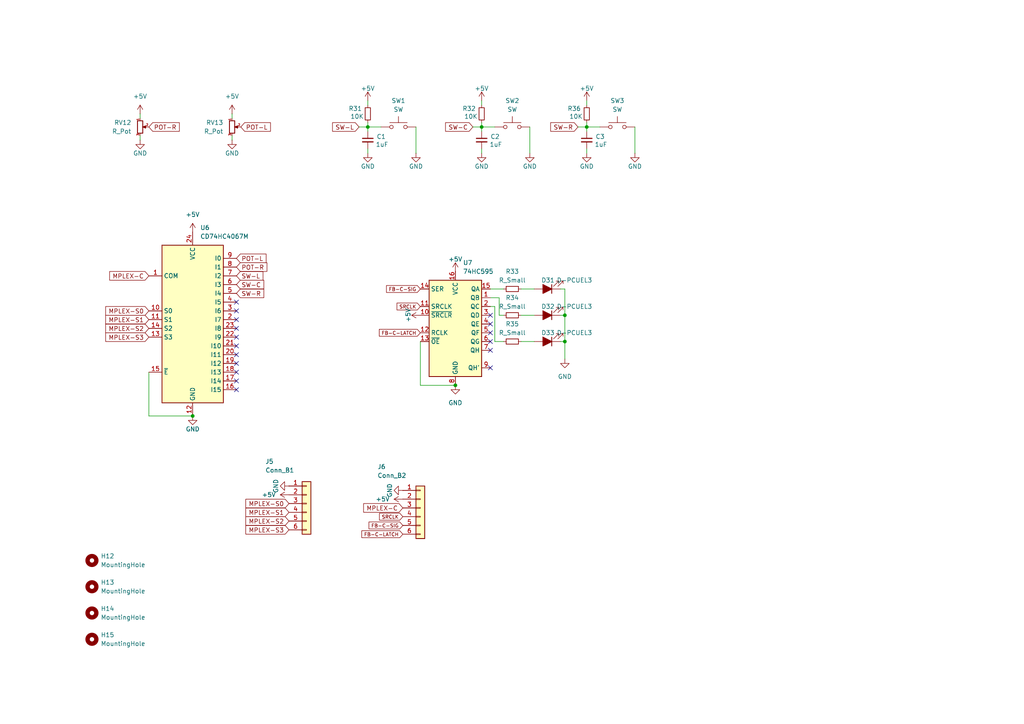
<source format=kicad_sch>
(kicad_sch (version 20231120) (generator "eeschema") (generator_version "8.0")
  (paper "A4")
  (lib_symbols
    (symbol "74xx:74HC595"
      (property "Reference" "U" (at -7.62 13.97 0))
      (property "Value" "74HC595" (at -7.62 -16.51 0))
      (symbol "74HC595_1_0"
        (pin tri_state line (at 10.16 7.62 180) (length 2.54) (name "QB") (number "1"))
        (pin input line (at -10.16 2.54 0) (length 2.54) (name "~{SRCLR}") (number "10"))
        (pin input line (at -10.16 5.08 0) (length 2.54) (name "SRCLK") (number "11"))
        (pin input line (at -10.16 -2.54 0) (length 2.54) (name "RCLK") (number "12"))
        (pin input line (at -10.16 -5.08 0) (length 2.54) (name "~{OE}") (number "13"))
        (pin input line (at -10.16 10.16 0) (length 2.54) (name "SER") (number "14"))
        (pin tri_state line (at 10.16 10.16 180) (length 2.54) (name "QA") (number "15"))
        (pin power_in line (at 0 15.24 270) (length 2.54) (name "VCC") (number "16"))
        (pin tri_state line (at 10.16 5.08 180) (length 2.54) (name "QC") (number "2"))
        (pin tri_state line (at 10.16 2.54 180) (length 2.54) (name "QD") (number "3"))
        (pin tri_state line (at 10.16 0 180) (length 2.54) (name "QE") (number "4"))
        (pin tri_state line (at 10.16 -2.54 180) (length 2.54) (name "QF") (number "5"))
        (pin tri_state line (at 10.16 -5.08 180) (length 2.54) (name "QG") (number "6"))
        (pin tri_state line (at 10.16 -7.62 180) (length 2.54) (name "QH") (number "7"))
        (pin power_in line (at 0 -17.78 90) (length 2.54) (name "GND") (number "8"))
        (pin output line (at 10.16 -12.7 180) (length 2.54) (name "QH'") (number "9"))
      )
      (symbol "74HC595_1_1"
        (rectangle (start -7.62 12.7) (end 7.62 -15.24) (stroke (width 0.254)) (fill (type background)))
      )
    )
    (symbol "74xx:CD74HC4067M"
      (property "Reference" "U" (at -8.89 22.86 0))
      (property "Value" "CD74HC4067M" (at 1.27 22.86 0))
      (symbol "CD74HC4067M_0_1"
        (rectangle (start -8.89 21.59) (end 8.89 -24.13) (stroke (width 0.254)) (fill (type background)))
      )
      (symbol "CD74HC4067M_1_1"
        (pin passive line (at -12.7 12.7 0) (length 3.81) (name "COM") (number "1"))
        (pin input line (at -12.7 2.54 0) (length 3.81) (name "S0") (number "10"))
        (pin input line (at -12.7 0 0) (length 3.81) (name "S1") (number "11"))
        (pin power_in line (at 0 -27.94 90) (length 3.81) (name "GND") (number "12"))
        (pin input line (at -12.7 -5.08 0) (length 3.81) (name "S3") (number "13"))
        (pin input line (at -12.7 -2.54 0) (length 3.81) (name "S2") (number "14"))
        (pin input line (at -12.7 -15.24 0) (length 3.81) (name "~{E}") (number "15"))
        (pin passive line (at 12.7 -20.32 180) (length 3.81) (name "I15") (number "16"))
        (pin passive line (at 12.7 -17.78 180) (length 3.81) (name "I14") (number "17"))
        (pin passive line (at 12.7 -15.24 180) (length 3.81) (name "I13") (number "18"))
        (pin passive line (at 12.7 -12.7 180) (length 3.81) (name "I12") (number "19"))
        (pin passive line (at 12.7 0 180) (length 3.81) (name "I7") (number "2"))
        (pin passive line (at 12.7 -10.16 180) (length 3.81) (name "I11") (number "20"))
        (pin passive line (at 12.7 -7.62 180) (length 3.81) (name "I10") (number "21"))
        (pin passive line (at 12.7 -5.08 180) (length 3.81) (name "I9") (number "22"))
        (pin passive line (at 12.7 -2.54 180) (length 3.81) (name "I8") (number "23"))
        (pin power_in line (at 0 25.4 270) (length 3.81) (name "VCC") (number "24"))
        (pin passive line (at 12.7 2.54 180) (length 3.81) (name "I6") (number "3"))
        (pin passive line (at 12.7 5.08 180) (length 3.81) (name "I5") (number "4"))
        (pin passive line (at 12.7 7.62 180) (length 3.81) (name "I4") (number "5"))
        (pin passive line (at 12.7 10.16 180) (length 3.81) (name "I3") (number "6"))
        (pin passive line (at 12.7 12.7 180) (length 3.81) (name "I2") (number "7"))
        (pin passive line (at 12.7 15.24 180) (length 3.81) (name "I1") (number "8"))
        (pin passive line (at 12.7 17.78 180) (length 3.81) (name "I0") (number "9"))
      )
    )
    (symbol "Connector_Generic:Conn_01x06" (pin_names (offset 1.016) hide)
      (property "Reference" "J" (at 0 7.62 0))
      (property "Value" "Conn_01x06" (at 0 -10.16 0))
      (symbol "Conn_01x06_1_1"
        (rectangle (start -1.27 -7.493) (end 0 -7.747) (stroke (width 0.1524)))
        (rectangle (start -1.27 -4.953) (end 0 -5.207) (stroke (width 0.1524)))
        (rectangle (start -1.27 -2.413) (end 0 -2.667) (stroke (width 0.1524)))
        (rectangle (start -1.27 0.127) (end 0 -0.127) (stroke (width 0.1524)))
        (rectangle (start -1.27 2.667) (end 0 2.413) (stroke (width 0.1524)))
        (rectangle (start -1.27 5.207) (end 0 4.953) (stroke (width 0.1524)))
        (rectangle (start -1.27 6.35) (end 1.27 -8.89) (stroke (width 0.254)) (fill (type background)))
        (pin passive line (at -5.08 5.08 0) (length 3.81) (name "Pin_1") (number "1"))
        (pin passive line (at -5.08 2.54 0) (length 3.81) (name "Pin_2") (number "2"))
        (pin passive line (at -5.08 0 0) (length 3.81) (name "Pin_3") (number "3"))
        (pin passive line (at -5.08 -2.54 0) (length 3.81) (name "Pin_4") (number "4"))
        (pin passive line (at -5.08 -5.08 0) (length 3.81) (name "Pin_5") (number "5"))
        (pin passive line (at -5.08 -7.62 0) (length 3.81) (name "Pin_6") (number "6"))
      )
    )
    (symbol "Device:C_Small" (pin_numbers hide) (pin_names (offset 0.254) hide)
      (property "Reference" "C" (at 0.254 1.778 0))
      (property "Value" "C_Small" (at 0.254 -2.032 0))
      (symbol "C_Small_0_1"
        (polyline (pts (xy -1.524 -0.508) (xy 1.524 -0.508)) (stroke (width 0.3302)))
        (polyline (pts (xy -1.524 0.508) (xy 1.524 0.508)) (stroke (width 0.3048)))
      )
      (symbol "C_Small_1_1"
        (pin passive line (at 0 2.54 270) (length 2.032) (name "~") (number "1"))
        (pin passive line (at 0 -2.54 90) (length 2.032) (name "~") (number "2"))
      )
    )
    (symbol "Device:LED_Filled" (pin_numbers hide) (pin_names (offset 1.016) hide)
      (property "Reference" "D" (at 0 2.54 0))
      (property "Value" "LED_Filled" (at 0 -2.54 0))
      (symbol "LED_Filled_0_1"
        (polyline (pts (xy -1.27 -1.27) (xy -1.27 1.27)) (stroke (width 0.254)))
        (polyline (pts (xy -1.27 0) (xy 1.27 0)))
        (polyline (pts (xy 1.27 -1.27) (xy 1.27 1.27) (xy -1.27 0) (xy 1.27 -1.27)) (stroke (width 0.254)) (fill (type outline)))
        (polyline (pts (xy -3.048 -0.762) (xy -4.572 -2.286) (xy -3.81 -2.286) (xy -4.572 -2.286) (xy -4.572 -1.524)))
        (polyline (pts (xy -1.778 -0.762) (xy -3.302 -2.286) (xy -2.54 -2.286) (xy -3.302 -2.286) (xy -3.302 -1.524)))
      )
      (symbol "LED_Filled_1_1"
        (pin passive line (at -3.81 0 0) (length 2.54) (name "K") (number "1"))
        (pin passive line (at 3.81 0 180) (length 2.54) (name "A") (number "2"))
      )
    )
    (symbol "Device:R_Potentiometer_Small" (pin_names (offset 1.016) hide)
      (property "Reference" "RV" (at -4.445 0 90))
      (property "Value" "R_Potentiometer_Small" (at -2.54 0 90))
      (symbol "R_Potentiometer_Small_0_1"
        (polyline (pts (xy 0.889 0) (xy 0.635 0) (xy 1.651 0.381) (xy 1.651 -0.381) (xy 0.635 0) (xy 0.889 0)) (fill (type outline)))
        (rectangle (start 0.762 1.8034) (end -0.762 -1.8034) (stroke (width 0.254)))
      )
      (symbol "R_Potentiometer_Small_1_1"
        (pin passive line (at 0 2.54 270) (length 0.635) (name "1") (number "1"))
        (pin passive line (at 2.54 0 180) (length 0.9906) (name "2") (number "2"))
        (pin passive line (at 0 -2.54 90) (length 0.635) (name "3") (number "3"))
      )
    )
    (symbol "Device:R_Small" (pin_numbers hide) (pin_names (offset 0.254) hide)
      (property "Reference" "R" (at 0.762 0.508 0))
      (property "Value" "R_Small" (at 0.762 -1.016 0))
      (symbol "R_Small_0_1"
        (rectangle (start -0.762 1.778) (end 0.762 -1.778) (stroke (width 0.2032)))
      )
      (symbol "R_Small_1_1"
        (pin passive line (at 0 2.54 270) (length 0.762) (name "~") (number "1"))
        (pin passive line (at 0 -2.54 90) (length 0.762) (name "~") (number "2"))
      )
    )
    (symbol "Mechanical:MountingHole" (pin_names (offset 1.016)) (exclude_from_sim yes) (in_bom no)
      (property "Reference" "H" (at 0 5.08 0))
      (property "Value" "MountingHole" (at 0 3.175 0))
      (symbol "MountingHole_0_1"
        (circle (center 0 0) (radius 1.27) (stroke (width 1.27)))
      )
    )
    (symbol "Switch:SW_Push" (pin_numbers hide) (pin_names (offset 1.016) hide)
      (property "Reference" "SW" (at 1.27 2.54 0))
      (property "Value" "SW_Push" (at 0 -1.524 0))
      (symbol "SW_Push_0_1"
        (circle (center -2.032 0) (radius 0.508))
        (polyline (pts (xy 0 1.27) (xy 0 3.048)))
        (polyline (pts (xy 2.54 1.27) (xy -2.54 1.27)))
        (circle (center 2.032 0) (radius 0.508))
        (pin passive line (at -5.08 0 0) (length 2.54) (name "1") (number "1"))
        (pin passive line (at 5.08 0 180) (length 2.54) (name "2") (number "2"))
      )
    )
    (symbol "power:+5V" (power) (pin_numbers hide) (pin_names (offset 0) hide)
      (property "Value" "+5V" (at 0 3.556 0))
      (symbol "+5V_0_1"
        (polyline (pts (xy -0.762 1.27) (xy 0 2.54)))
        (polyline (pts (xy 0 0) (xy 0 2.54)))
        (polyline (pts (xy 0 2.54) (xy 0.762 1.27)))
      )
      (symbol "+5V_1_1"
        (pin power_in line (at 0 0 90) (length 0) (name "~") (number "1"))
      )
    )
    (symbol "power:GND" (power) (pin_numbers hide) (pin_names (offset 0) hide)
      (property "Value" "GND" (at 0 -3.81 0))
      (symbol "GND_0_1"
        (polyline (pts (xy 0 0) (xy 0 -1.27) (xy 1.27 -1.27) (xy 0 -2.54) (xy -1.27 -1.27) (xy 0 -1.27)))
      )
      (symbol "GND_1_1"
        (pin power_in line (at 0 0 270) (length 0) (name "~") (number "1"))
      )
    )
  )
  (junction (at 163.83 91.44))
  (junction (at 163.83 99.06))
  (junction (at 106.68 36.83))
  (junction (at 55.88 120.65))
  (junction (at 170.18 36.83))
  (junction (at 139.7 36.83))
  (junction (at 132.08 111.76))
  (no_connect (at 68.58 110.49))
  (no_connect (at 68.58 90.17))
  (no_connect (at 142.24 96.52))
  (no_connect (at 68.58 113.03))
  (no_connect (at 68.58 100.33))
  (no_connect (at 68.58 105.41))
  (no_connect (at 68.58 87.63))
  (no_connect (at 68.58 107.95))
  (no_connect (at 68.58 92.71))
  (no_connect (at 68.58 97.79))
  (no_connect (at 68.58 102.87))
  (no_connect (at 142.24 99.06))
  (no_connect (at 142.24 93.98))
  (no_connect (at 142.24 101.6))
  (no_connect (at 142.24 91.44))
  (no_connect (at 68.58 95.25))
  (no_connect (at 142.24 106.68))
  (wire (pts (xy 40.64 33.02) (xy 40.64 34.29)))
  (wire (pts (xy 67.31 33.02) (xy 67.31 34.29)))
  (wire (pts (xy 170.18 29.21) (xy 170.18 30.48)))
  (wire (pts (xy 120.65 36.83) (xy 120.65 44.45)))
  (wire (pts (xy 106.68 38.1) (xy 106.68 36.83)))
  (wire (pts (xy 163.83 99.06) (xy 162.56 99.06)))
  (wire (pts (xy 106.68 36.83) (xy 110.49 36.83)))
  (wire (pts (xy 142.24 86.36) (xy 144.78 86.36)))
  (wire (pts (xy 170.18 38.1) (xy 170.18 36.83)))
  (wire (pts (xy 106.68 43.18) (xy 106.68 44.45)))
  (wire (pts (xy 139.7 36.83) (xy 139.7 35.56)))
  (wire (pts (xy 167.64 36.83) (xy 170.18 36.83)))
  (wire (pts (xy 162.56 83.82) (xy 163.83 83.82)))
  (wire (pts (xy 139.7 43.18) (xy 139.7 44.45)))
  (wire (pts (xy 137.16 36.83) (xy 139.7 36.83)))
  (wire (pts (xy 104.14 36.83) (xy 106.68 36.83)))
  (wire (pts (xy 163.83 91.44) (xy 163.83 99.06)))
  (wire (pts (xy 170.18 43.18) (xy 170.18 44.45)))
  (wire (pts (xy 170.18 36.83) (xy 173.99 36.83)))
  (wire (pts (xy 170.18 36.83) (xy 170.18 35.56)))
  (wire (pts (xy 151.13 83.82) (xy 154.94 83.82)))
  (wire (pts (xy 40.64 39.37) (xy 40.64 40.64)))
  (wire (pts (xy 139.7 29.21) (xy 139.7 30.48)))
  (wire (pts (xy 153.67 36.83) (xy 153.67 44.45)))
  (wire (pts (xy 151.13 99.06) (xy 154.94 99.06)))
  (wire (pts (xy 43.18 120.65) (xy 55.88 120.65)))
  (wire (pts (xy 142.24 83.82) (xy 146.05 83.82)))
  (wire (pts (xy 184.15 36.83) (xy 184.15 44.45)))
  (wire (pts (xy 163.83 83.82) (xy 163.83 91.44)))
  (wire (pts (xy 106.68 36.83) (xy 106.68 35.56)))
  (wire (pts (xy 139.7 36.83) (xy 143.51 36.83)))
  (wire (pts (xy 67.31 39.37) (xy 67.31 40.64)))
  (wire (pts (xy 106.68 29.21) (xy 106.68 30.48)))
  (wire (pts (xy 146.05 99.06) (xy 143.51 99.06)))
  (wire (pts (xy 144.78 91.44) (xy 146.05 91.44)))
  (wire (pts (xy 162.56 91.44) (xy 163.83 91.44)))
  (wire (pts (xy 144.78 86.36) (xy 144.78 91.44)))
  (wire (pts (xy 143.51 99.06) (xy 143.51 88.9)))
  (wire (pts (xy 121.92 111.76) (xy 132.08 111.76)))
  (wire (pts (xy 139.7 38.1) (xy 139.7 36.83)))
  (wire (pts (xy 43.18 107.95) (xy 43.18 120.65)))
  (wire (pts (xy 121.92 99.06) (xy 121.92 111.76)))
  (wire (pts (xy 151.13 91.44) (xy 154.94 91.44)))
  (wire (pts (xy 143.51 88.9) (xy 142.24 88.9)))
  (wire (pts (xy 163.83 104.14) (xy 163.83 99.06)))
  (global_label "MPLEX-S3" (shape input) (at 83.82 153.67 180) (property "Intersheetrefs" "${INTERSHEET_REFS}" (effects (hide yes))))
  (global_label "POT-R" (shape input) (at 43.18 36.83 0) (property "Intersheetrefs" "${INTERSHEET_REFS}" (effects (hide yes))))
  (global_label "MPLEX-S3" (shape input) (at 43.18 97.79 180) (property "Intersheetrefs" "${INTERSHEET_REFS}" (effects (hide yes))))
  (global_label "FB-C-SIG" (shape input) (at 121.92 83.82 180) (effects (font (size 1.016 1.016))) (property "Intersheetrefs" "${INTERSHEET_REFS}" (effects (hide yes))))
  (global_label "MPLEX-S2" (shape input) (at 83.82 151.13 180) (property "Intersheetrefs" "${INTERSHEET_REFS}" (effects (hide yes))))
  (global_label "SW-R" (shape input) (at 68.58 85.09 0) (property "Intersheetrefs" "${INTERSHEET_REFS}" (effects (hide yes))))
  (global_label "SRCLK" (shape input) (at 121.92 88.9 180) (effects (font (size 1.016 1.016))) (property "Intersheetrefs" "${INTERSHEET_REFS}" (effects (hide yes))))
  (global_label "POT-R" (shape input) (at 68.58 77.47 0) (property "Intersheetrefs" "${INTERSHEET_REFS}" (effects (hide yes))))
  (global_label "SRCLK" (shape input) (at 116.84 149.86 180) (effects (font (size 1.016 1.016))) (property "Intersheetrefs" "${INTERSHEET_REFS}" (effects (hide yes))))
  (global_label "POT-L" (shape input) (at 68.58 74.93 0) (property "Intersheetrefs" "${INTERSHEET_REFS}" (effects (hide yes))))
  (global_label "MPLEX-C" (shape input) (at 43.18 80.01 180) (property "Intersheetrefs" "${INTERSHEET_REFS}" (effects (hide yes))))
  (global_label "SW-C" (shape input) (at 68.58 82.55 0) (property "Intersheetrefs" "${INTERSHEET_REFS}" (effects (hide yes))))
  (global_label "MPLEX-S0" (shape input) (at 83.82 146.05 180) (property "Intersheetrefs" "${INTERSHEET_REFS}" (effects (hide yes))))
  (global_label "MPLEX-S1" (shape input) (at 83.82 148.59 180) (property "Intersheetrefs" "${INTERSHEET_REFS}" (effects (hide yes))))
  (global_label "MPLEX-C" (shape input) (at 116.84 147.32 180) (property "Intersheetrefs" "${INTERSHEET_REFS}" (effects (hide yes))))
  (global_label "MPLEX-S1" (shape input) (at 43.18 92.71 180) (property "Intersheetrefs" "${INTERSHEET_REFS}" (effects (hide yes))))
  (global_label "FB-C-SIG" (shape input) (at 116.84 152.4 180) (effects (font (size 1.016 1.016))) (property "Intersheetrefs" "${INTERSHEET_REFS}" (effects (hide yes))))
  (global_label "POT-L" (shape input) (at 69.85 36.83 0) (property "Intersheetrefs" "${INTERSHEET_REFS}" (effects (hide yes))))
  (global_label "FB-C-LATCH" (shape input) (at 116.84 154.94 180) (effects (font (size 1.016 1.016))) (property "Intersheetrefs" "${INTERSHEET_REFS}" (effects (hide yes))))
  (global_label "SW-L" (shape input) (at 104.14 36.83 180) (property "Intersheetrefs" "${INTERSHEET_REFS}" (effects (hide yes))))
  (global_label "SW-R" (shape input) (at 167.64 36.83 180) (property "Intersheetrefs" "${INTERSHEET_REFS}" (effects (hide yes))))
  (global_label "FB-C-LATCH" (shape input) (at 121.92 96.52 180) (effects (font (size 1.016 1.016))) (property "Intersheetrefs" "${INTERSHEET_REFS}" (effects (hide yes))))
  (global_label "MPLEX-S0" (shape input) (at 43.18 90.17 180) (property "Intersheetrefs" "${INTERSHEET_REFS}" (effects (hide yes))))
  (global_label "SW-C" (shape input) (at 137.16 36.83 180) (property "Intersheetrefs" "${INTERSHEET_REFS}" (effects (hide yes))))
  (global_label "SW-L" (shape input) (at 68.58 80.01 0) (property "Intersheetrefs" "${INTERSHEET_REFS}" (effects (hide yes))))
  (global_label "MPLEX-S2" (shape input) (at 43.18 95.25 180) (property "Intersheetrefs" "${INTERSHEET_REFS}" (effects (hide yes))))
  (symbol (lib_id "power:+5V") (at 116.84 144.78 90) (unit 1)
    (property "Reference" "#PWR059" (effects (hide yes)))
    (property "Value" "+5V" (at 113.03 144.7799 90) (effects (justify left)))
    (property "Description" "Power symbol creates a global label with name \"+5V\"" (effects (hide yes)))
  )
  (symbol (lib_id "Mechanical:MountingHole") (at 26.67 162.56 0) (unit 1) (exclude_from_sim yes) (in_bom no)
    (property "Reference" "H12" (at 29.21 161.2899 0) (effects (justify left)))
    (property "Value" "MountingHole" (at 29.21 163.8299 0) (effects (justify left)))
    (property "Footprint" "MountingHole:MountingHole_3.2mm_M3" (effects (hide yes)))
    (property "Description" "Mounting Hole without connection" (effects (hide yes)))
  )
  (symbol (lib_id "Switch:SW_Push") (at 179.07 36.83 0) (unit 1)
    (property "Reference" "SW3" (at 179.07 29.21 0))
    (property "Value" "SW" (at 179.07 31.75 0))
    (property "Footprint" "Button_Switch_THT:SW_PUSH_6mm_H9.5mm" (effects (hide yes)))
    (property "Description" "Push button switch, generic, two pins" (effects (hide yes)))
  )
  (symbol (lib_id "power:GND") (at 163.83 104.14 0) (unit 1)
    (property "Reference" "#PWR067" (effects (hide yes)))
    (property "Value" "GND" (at 163.83 109.22 0))
    (property "Description" "Power symbol creates a global label with name \"GND\" , ground" (effects (hide yes)))
  )
  (symbol (lib_id "power:GND") (at 55.88 120.65 0) (mirror y) (unit 1)
    (property "Reference" "#PWR051" (effects (hide yes)))
    (property "Value" "GND" (at 55.88 124.46 0))
    (property "Description" "Power symbol creates a global label with name \"GND\" , ground" (effects (hide yes)))
  )
  (symbol (lib_id "Mechanical:MountingHole") (at 26.67 177.8 0) (unit 1) (exclude_from_sim yes) (in_bom no)
    (property "Reference" "H14" (at 29.21 176.5299 0) (effects (justify left)))
    (property "Value" "MountingHole" (at 29.21 179.0699 0) (effects (justify left)))
    (property "Footprint" "MountingHole:MountingHole_3.2mm_M3" (effects (hide yes)))
    (property "Description" "Mounting Hole without connection" (effects (hide yes)))
  )
  (symbol (lib_id "Device:R_Small") (at 139.7 33.02 0) (unit 1)
    (property "Reference" "R32" (at 134.112 31.496 0) (effects (justify left)))
    (property "Value" "10K" (at 134.62 33.782 0) (effects (justify left)))
    (property "Footprint" "Resistor_SMD:R_1206_3216Metric_Pad1.30x1.75mm_HandSolder" (effects (hide yes)))
    (property "Description" "Resistor, small symbol" (effects (hide yes)))
  )
  (symbol (lib_id "74xx:CD74HC4067M") (at 55.88 92.71 0) (unit 1)
    (property "Reference" "U6" (at 58.0741 66.04 0) (effects (justify left)))
    (property "Value" "CD74HC4067M" (at 58.0741 68.58 0) (effects (justify left)))
    (property "Footprint" "Package_SO:SOIC-24W_7.5x15.4mm_P1.27mm" (effects (hide yes)))
    (property "Datasheet" "http://www.ti.com/lit/ds/symlink/cd74hc4067.pdf" (effects (hide yes)))
    (property "Description" "High-Speed CMOS Logic 16-Channel Analog Multiplexer/Demultiplexer, SOIC-24" (effects (hide yes)))
  )
  (symbol (lib_id "Device:R_Potentiometer_Small") (at 67.31 36.83 0) (unit 1)
    (property "Reference" "RV13" (at 64.77 35.5599 0) (effects (justify right)))
    (property "Value" "R_Pot" (at 64.77 38.0999 0) (effects (justify right)))
    (property "Footprint" "Potentiometer_THT:Potentiometer_Bourns_PTV09A-1_Single_Vertical" (effects (hide yes)))
    (property "Description" "Potentiometer" (effects (hide yes)))
  )
  (symbol (lib_id "Device:C_Small") (at 106.68 40.64 0) (unit 1)
    (property "Reference" "C1" (at 109.22 39.624 0) (effects (justify left)))
    (property "Value" "1uF" (at 108.966 41.91 0) (effects (justify left)))
    (property "Footprint" "Capacitor_SMD:C_1206_3216Metric_Pad1.33x1.80mm_HandSolder" (effects (hide yes)))
    (property "Description" "Unpolarized capacitor, small symbol" (effects (hide yes)))
  )
  (symbol (lib_id "power:GND") (at 132.08 111.76 0) (unit 1)
    (property "Reference" "#PWR063" (effects (hide yes)))
    (property "Value" "GND" (at 132.08 116.84 0))
    (property "Description" "Power symbol creates a global label with name \"GND\" , ground" (effects (hide yes)))
  )
  (symbol (lib_id "power:+5V") (at 83.82 143.51 90) (unit 1)
    (property "Reference" "#PWR055" (effects (hide yes)))
    (property "Value" "+5V" (at 80.01 143.5099 90) (effects (justify left)))
    (property "Description" "Power symbol creates a global label with name \"+5V\"" (effects (hide yes)))
  )
  (symbol (lib_id "power:+5V") (at 55.88 67.31 0) (unit 1)
    (property "Reference" "#PWR050" (effects (hide yes)))
    (property "Value" "+5V" (at 55.88 62.23 0))
    (property "Description" "Power symbol creates a global label with name \"+5V\"" (effects (hide yes)))
  )
  (symbol (lib_id "Device:R_Small") (at 106.68 33.02 0) (unit 1)
    (property "Reference" "R31" (at 101.092 31.496 0) (effects (justify left)))
    (property "Value" "10K" (at 101.6 33.782 0) (effects (justify left)))
    (property "Footprint" "Resistor_SMD:R_1206_3216Metric_Pad1.30x1.75mm_HandSolder" (effects (hide yes)))
    (property "Description" "Resistor, small symbol" (effects (hide yes)))
  )
  (symbol (lib_id "Device:R_Small") (at 170.18 33.02 0) (unit 1)
    (property "Reference" "R36" (at 164.592 31.496 0) (effects (justify left)))
    (property "Value" "10K" (at 165.1 33.782 0) (effects (justify left)))
    (property "Footprint" "Resistor_SMD:R_1206_3216Metric_Pad1.30x1.75mm_HandSolder" (effects (hide yes)))
    (property "Description" "Resistor, small symbol" (effects (hide yes)))
  )
  (symbol (lib_id "power:GND") (at 120.65 44.45 0) (mirror y) (unit 1)
    (property "Reference" "#PWR060" (effects (hide yes)))
    (property "Value" "GND" (at 120.65 48.26 0))
    (property "Description" "Power symbol creates a global label with name \"GND\" , ground" (effects (hide yes)))
  )
  (symbol (lib_id "power:+5V") (at 170.18 29.21 0) (unit 1)
    (property "Reference" "#PWR068" (effects (hide yes)))
    (property "Value" "+5V" (at 170.18 25.654 0))
    (property "Description" "Power symbol creates a global label with name \"+5V\"" (effects (hide yes)))
  )
  (symbol (lib_id "Connector_Generic:Conn_01x06") (at 88.9 146.05 0) (unit 1)
    (property "Reference" "J5" (at 76.962 133.858 0) (effects (justify left)))
    (property "Value" "Conn_B1" (at 76.962 136.398 0) (effects (justify left)))
    (property "Footprint" "Connector_PinHeader_2.54mm:PinHeader_1x06_P2.54mm_Vertical" (effects (hide yes)))
    (property "Description" "Generic connector, single row, 01x06, script generated (kicad-library-utils/schlib/autogen/connector/)" (effects (hide yes)))
  )
  (symbol (lib_id "power:GND") (at 170.18 44.45 0) (mirror y) (unit 1)
    (property "Reference" "#PWR069" (effects (hide yes)))
    (property "Value" "GND" (at 170.18 48.26 0))
    (property "Description" "Power symbol creates a global label with name \"GND\" , ground" (effects (hide yes)))
  )
  (symbol (lib_id "Connector_Generic:Conn_01x06") (at 121.92 147.32 0) (unit 1)
    (property "Reference" "J6" (at 109.474 135.382 0) (effects (justify left)))
    (property "Value" "Conn_B2" (at 109.474 137.922 0) (effects (justify left)))
    (property "Footprint" "Connector_PinHeader_2.54mm:PinHeader_1x06_P2.54mm_Vertical" (effects (hide yes)))
    (property "Description" "Generic connector, single row, 01x06, script generated (kicad-library-utils/schlib/autogen/connector/)" (effects (hide yes)))
  )
  (symbol (lib_id "74xx:74HC595") (at 132.08 93.98 0) (unit 1)
    (property "Reference" "U7" (at 134.2741 76.2 0) (effects (justify left)))
    (property "Value" "74HC595" (at 134.2741 78.74 0) (effects (justify left)))
    (property "Footprint" "Package_SO:SOIC-16W_5.3x10.2mm_P1.27mm" (effects (hide yes)))
    (property "Datasheet" "http://www.ti.com/lit/ds/symlink/sn74hc595.pdf" (effects (hide yes)))
    (property "Description" "8-bit serial in/out Shift Register 3-State Outputs" (effects (hide yes)))
  )
  (symbol (lib_id "Mechanical:MountingHole") (at 26.67 185.42 0) (unit 1) (exclude_from_sim yes) (in_bom no)
    (property "Reference" "H15" (at 29.21 184.1499 0) (effects (justify left)))
    (property "Value" "MountingHole" (at 29.21 186.6899 0) (effects (justify left)))
    (property "Footprint" "MountingHole:MountingHole_3.2mm_M3" (effects (hide yes)))
    (property "Description" "Mounting Hole without connection" (effects (hide yes)))
  )
  (symbol (lib_id "power:+5V") (at 139.7 29.21 0) (unit 1)
    (property "Reference" "#PWR064" (effects (hide yes)))
    (property "Value" "+5V" (at 139.7 25.654 0))
    (property "Description" "Power symbol creates a global label with name \"+5V\"" (effects (hide yes)))
  )
  (symbol (lib_id "power:GND") (at 83.82 140.97 270) (mirror x) (unit 1)
    (property "Reference" "#PWR054" (effects (hide yes)))
    (property "Value" "GND" (at 80.01 140.97 0))
    (property "Description" "Power symbol creates a global label with name \"GND\" , ground" (effects (hide yes)))
  )
  (symbol (lib_id "power:GND") (at 106.68 44.45 0) (mirror y) (unit 1)
    (property "Reference" "#PWR057" (effects (hide yes)))
    (property "Value" "GND" (at 106.68 48.26 0))
    (property "Description" "Power symbol creates a global label with name \"GND\" , ground" (effects (hide yes)))
  )
  (symbol (lib_id "power:+5V") (at 40.64 33.02 0) (unit 1)
    (property "Reference" "#PWR048" (effects (hide yes)))
    (property "Value" "+5V" (at 40.64 27.94 0))
    (property "Description" "Power symbol creates a global label with name \"+5V\"" (effects (hide yes)))
  )
  (symbol (lib_id "Device:LED_Filled") (at 158.75 91.44 180) (unit 1)
    (property "Reference" "D32" (at 158.9405 88.9 0))
    (property "Value" "D-PCUEL3" (at 166.624 88.9 0))
    (property "Footprint" "LED_THT:LED_Rectangular_W3.9mm_H1.8mm" (effects (hide yes)))
  )
  (symbol (lib_id "Switch:SW_Push") (at 148.59 36.83 0) (unit 1)
    (property "Reference" "SW2" (at 148.59 29.21 0))
    (property "Value" "SW" (at 148.59 31.75 0))
    (property "Footprint" "Button_Switch_THT:SW_PUSH_6mm_H9.5mm" (effects (hide yes)))
    (property "Description" "Push button switch, generic, two pins" (effects (hide yes)))
  )
  (symbol (lib_id "Device:R_Small") (at 148.59 99.06 90) (unit 1)
    (property "Reference" "R35" (at 148.59 93.98 90))
    (property "Value" "R_Small" (at 148.59 96.52 90))
    (property "Footprint" "Resistor_SMD:R_1206_3216Metric_Pad1.30x1.75mm_HandSolder" (effects (hide yes)))
    (property "Description" "Resistor, small symbol" (effects (hide yes)))
  )
  (symbol (lib_id "Device:LED_Filled") (at 158.75 83.82 180) (unit 1)
    (property "Reference" "D31" (at 158.9405 81.28 0))
    (property "Value" "D-PCUEL3" (at 166.624 81.28 0))
    (property "Footprint" "LED_THT:LED_Rectangular_W3.9mm_H1.8mm" (effects (hide yes)))
  )
  (symbol (lib_id "Device:LED_Filled") (at 158.75 99.06 180) (unit 1)
    (property "Reference" "D33" (at 158.9405 96.52 0))
    (property "Value" "D-PCUEL3" (at 166.624 96.52 0))
    (property "Footprint" "LED_THT:LED_Rectangular_W3.9mm_H1.8mm" (effects (hide yes)))
  )
  (symbol (lib_id "power:GND") (at 184.15 44.45 0) (mirror y) (unit 1)
    (property "Reference" "#PWR070" (effects (hide yes)))
    (property "Value" "GND" (at 184.15 48.26 0))
    (property "Description" "Power symbol creates a global label with name \"GND\" , ground" (effects (hide yes)))
  )
  (symbol (lib_id "power:GND") (at 67.31 40.64 0) (mirror y) (unit 1)
    (property "Reference" "#PWR053" (effects (hide yes)))
    (property "Value" "GND" (at 67.31 44.45 0))
    (property "Description" "Power symbol creates a global label with name \"GND\" , ground" (effects (hide yes)))
  )
  (symbol (lib_id "power:+5V") (at 106.68 29.21 0) (unit 1)
    (property "Reference" "#PWR056" (effects (hide yes)))
    (property "Value" "+5V" (at 106.68 25.654 0))
    (property "Description" "Power symbol creates a global label with name \"+5V\"" (effects (hide yes)))
  )
  (symbol (lib_id "Device:R_Small") (at 148.59 91.44 90) (unit 1)
    (property "Reference" "R34" (at 148.59 86.36 90))
    (property "Value" "R_Small" (at 148.59 88.9 90))
    (property "Footprint" "Resistor_SMD:R_1206_3216Metric_Pad1.30x1.75mm_HandSolder" (effects (hide yes)))
    (property "Description" "Resistor, small symbol" (effects (hide yes)))
  )
  (symbol (lib_id "power:+5V") (at 67.31 33.02 0) (unit 1)
    (property "Reference" "#PWR052" (effects (hide yes)))
    (property "Value" "+5V" (at 67.31 27.94 0))
    (property "Description" "Power symbol creates a global label with name \"+5V\"" (effects (hide yes)))
  )
  (symbol (lib_id "Switch:SW_Push") (at 115.57 36.83 0) (unit 1)
    (property "Reference" "SW1" (at 115.57 29.21 0))
    (property "Value" "SW" (at 115.57 31.75 0))
    (property "Footprint" "Button_Switch_THT:SW_PUSH_6mm_H9.5mm" (effects (hide yes)))
    (property "Description" "Push button switch, generic, two pins" (effects (hide yes)))
  )
  (symbol (lib_id "power:GND") (at 153.67 44.45 0) (mirror y) (unit 1)
    (property "Reference" "#PWR066" (effects (hide yes)))
    (property "Value" "GND" (at 153.67 48.26 0))
    (property "Description" "Power symbol creates a global label with name \"GND\" , ground" (effects (hide yes)))
  )
  (symbol (lib_id "power:GND") (at 139.7 44.45 0) (mirror y) (unit 1)
    (property "Reference" "#PWR065" (effects (hide yes)))
    (property "Value" "GND" (at 139.7 48.26 0))
    (property "Description" "Power symbol creates a global label with name \"GND\" , ground" (effects (hide yes)))
  )
  (symbol (lib_id "Device:C_Small") (at 139.7 40.64 0) (unit 1)
    (property "Reference" "C2" (at 142.24 39.624 0) (effects (justify left)))
    (property "Value" "1uF" (at 141.986 41.91 0) (effects (justify left)))
    (property "Footprint" "Capacitor_SMD:C_1206_3216Metric_Pad1.33x1.80mm_HandSolder" (effects (hide yes)))
    (property "Description" "Unpolarized capacitor, small symbol" (effects (hide yes)))
  )
  (symbol (lib_id "Device:R_Small") (at 148.59 83.82 90) (unit 1)
    (property "Reference" "R33" (at 148.59 78.74 90))
    (property "Value" "R_Small" (at 148.59 81.28 90))
    (property "Footprint" "Resistor_SMD:R_1206_3216Metric_Pad1.30x1.75mm_HandSolder" (effects (hide yes)))
    (property "Description" "Resistor, small symbol" (effects (hide yes)))
  )
  (symbol (lib_id "Mechanical:MountingHole") (at 26.67 170.18 0) (unit 1) (exclude_from_sim yes) (in_bom no)
    (property "Reference" "H13" (at 29.21 168.9099 0) (effects (justify left)))
    (property "Value" "MountingHole" (at 29.21 171.4499 0) (effects (justify left)))
    (property "Footprint" "MountingHole:MountingHole_3.2mm_M3" (effects (hide yes)))
    (property "Description" "Mounting Hole without connection" (effects (hide yes)))
  )
  (symbol (lib_id "power:GND") (at 40.64 40.64 0) (mirror y) (unit 1)
    (property "Reference" "#PWR049" (effects (hide yes)))
    (property "Value" "GND" (at 40.64 44.45 0))
    (property "Description" "Power symbol creates a global label with name \"GND\" , ground" (effects (hide yes)))
  )
  (symbol (lib_id "Device:C_Small") (at 170.18 40.64 0) (unit 1)
    (property "Reference" "C3" (at 172.72 39.624 0) (effects (justify left)))
    (property "Value" "1uF" (at 172.466 41.91 0) (effects (justify left)))
    (property "Footprint" "Capacitor_SMD:C_1206_3216Metric_Pad1.33x1.80mm_HandSolder" (effects (hide yes)))
    (property "Description" "Unpolarized capacitor, small symbol" (effects (hide yes)))
  )
  (symbol (lib_id "power:GND") (at 116.84 142.24 270) (mirror x) (unit 1)
    (property "Reference" "#PWR058" (effects (hide yes)))
    (property "Value" "GND" (at 113.03 142.24 0))
    (property "Description" "Power symbol creates a global label with name \"GND\" , ground" (effects (hide yes)))
  )
  (symbol (lib_id "power:+5V") (at 132.08 78.74 0) (unit 1)
    (property "Reference" "#PWR062" (effects (hide yes)))
    (property "Value" "+5V" (at 132.08 75.184 0))
    (property "Description" "Power symbol creates a global label with name \"+5V\"" (effects (hide yes)))
  )
  (symbol (lib_id "Device:R_Potentiometer_Small") (at 40.64 36.83 0) (unit 1)
    (property "Reference" "RV12" (at 38.1 35.5599 0) (effects (justify right)))
    (property "Value" "R_Pot" (at 38.1 38.0999 0) (effects (justify right)))
    (property "Footprint" "Potentiometer_THT:Potentiometer_Bourns_PTV09A-1_Single_Vertical" (effects (hide yes)))
    (property "Description" "Potentiometer" (effects (hide yes)))
  )
  (symbol (lib_id "power:+5V") (at 121.92 91.44 90) (unit 1)
    (property "Reference" "#PWR061" (effects (hide yes)))
    (property "Value" "+5V" (at 118.364 91.44 0))
    (property "Description" "Power symbol creates a global label with name \"+5V\"" (effects (hide yes)))
  )
)
</source>
